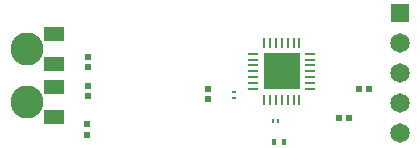
<source format=gbr>
%FSTAX23Y23*%
%MOIN*%
%SFA1B1*%

%IPPOS*%
%ADD10R,0.066929X0.051181*%
%ADD11R,0.021654X0.023622*%
%ADD12R,0.009843X0.011811*%
%ADD13R,0.023622X0.021654*%
%ADD14O,0.033465X0.007874*%
%ADD15R,0.123228X0.123228*%
%ADD16O,0.007874X0.033465*%
%ADD17R,0.015748X0.019685*%
%ADD18R,0.011811X0.009843*%
%ADD19R,0.022538X0.024226*%
%ADD20R,0.024226X0.022538*%
%ADD23C,0.110236*%
%ADD24C,0.064960*%
%ADD25R,0.064960X0.064960*%
%LNpcb1_pads_top-1*%
%LPD*%
G54D10*
X00181Y00345D03*
Y00267D03*
Y00444D03*
Y00168D03*
G54D11*
X01163Y00165D03*
X0113D03*
X01231Y0026D03*
X01198D03*
G54D12*
X00928Y00155D03*
X0091D03*
G54D13*
X00292Y00142D03*
Y00108D03*
X00295Y00271D03*
Y00333D03*
Y00238D03*
Y00366D03*
G54D14*
X00844Y00299D03*
Y00319D03*
X01035Y00378D03*
Y00358D03*
Y00339D03*
Y00319D03*
Y00299D03*
Y0028D03*
Y0026D03*
X00844D03*
Y0028D03*
Y00339D03*
Y00358D03*
Y00378D03*
G54D15*
X00939Y00319D03*
G54D16*
X0088Y00415D03*
X009D03*
X0092D03*
X00939D03*
X00959D03*
X00979D03*
X00998D03*
Y00224D03*
X00979D03*
X00959D03*
X00939D03*
X0092D03*
X009D03*
X0088D03*
G54D17*
X00946Y00085D03*
X00915D03*
G54D18*
X0078Y00231D03*
Y0025D03*
G54D19*
X00695Y00228D03*
G54D20*
X00695Y00261D03*
G54D23*
X00089Y00395D03*
Y00217D03*
G54D24*
X01335Y00112D03*
Y00212D03*
Y00412D03*
Y00312D03*
G54D25*
X01335Y00512D03*
M02*
</source>
